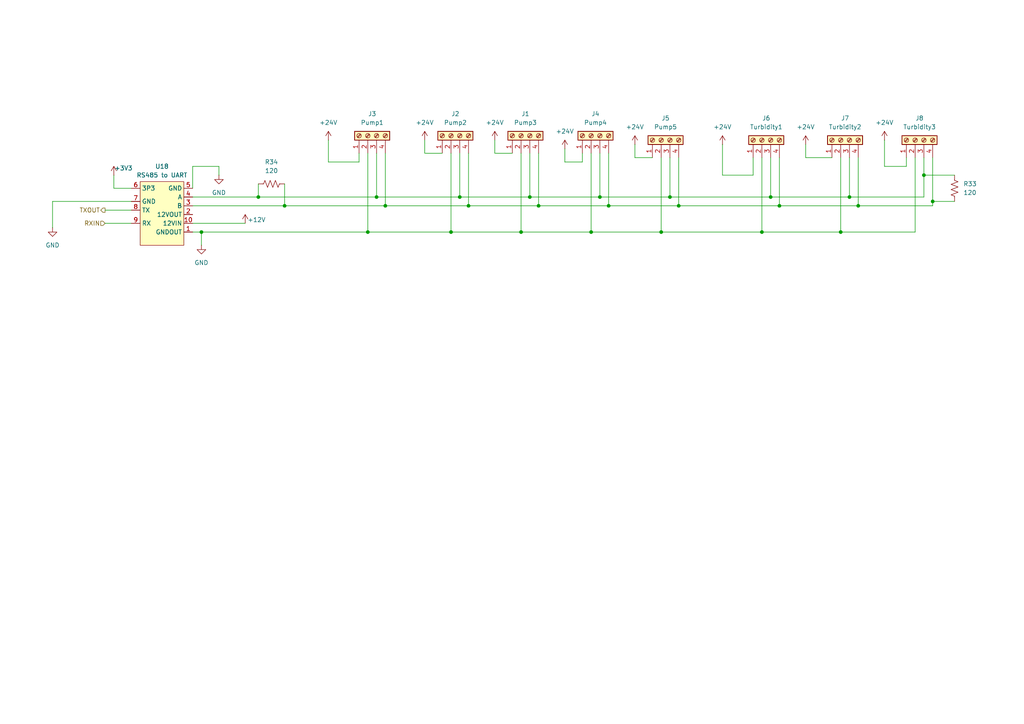
<source format=kicad_sch>
(kicad_sch (version 20231120) (generator "eeschema") (generator_version "8.0")
  (paper "A4")
  (lib_symbols
    (symbol "Connector:Screw_Terminal_01x04" (pin_names (offset 1.016) hide)
      (property "Reference" "J" (at 0 5.08 0))
      (property "Value" "Screw_Terminal_01x04" (at 0 -7.62 0))
      (symbol "Screw_Terminal_01x04_1_1"
        (rectangle (start -1.27 3.81) (end 1.27 -6.35) (stroke (width 0.254)) (fill (type background)))
        (circle (center 0 -5.08) (radius 0.635) (stroke (width 0.1524)))
        (circle (center 0 -2.54) (radius 0.635) (stroke (width 0.1524)))
        (polyline (pts (xy -0.5334 -4.7498) (xy 0.3302 -5.588)) (stroke (width 0.1524)))
        (polyline (pts (xy -0.5334 -2.2098) (xy 0.3302 -3.048)) (stroke (width 0.1524)))
        (polyline (pts (xy -0.5334 0.3302) (xy 0.3302 -0.508)) (stroke (width 0.1524)))
        (polyline (pts (xy -0.5334 2.8702) (xy 0.3302 2.032)) (stroke (width 0.1524)))
        (polyline (pts (xy -0.3556 -4.572) (xy 0.508 -5.4102)) (stroke (width 0.1524)))
        (polyline (pts (xy -0.3556 -2.032) (xy 0.508 -2.8702)) (stroke (width 0.1524)))
        (polyline (pts (xy -0.3556 0.508) (xy 0.508 -0.3302)) (stroke (width 0.1524)))
        (polyline (pts (xy -0.3556 3.048) (xy 0.508 2.2098)) (stroke (width 0.1524)))
        (circle (center 0 0) (radius 0.635) (stroke (width 0.1524)))
        (circle (center 0 2.54) (radius 0.635) (stroke (width 0.1524)))
        (pin passive line (at -5.08 2.54 0) (length 3.81) (name "Pin_1") (number "1"))
        (pin passive line (at -5.08 0 0) (length 3.81) (name "Pin_2") (number "2"))
        (pin passive line (at -5.08 -2.54 0) (length 3.81) (name "Pin_3") (number "3"))
        (pin passive line (at -5.08 -5.08 0) (length 3.81) (name "Pin_4") (number "4"))
      )
    )
    (symbol "Device:R_US" (pin_numbers hide) (pin_names (offset 0))
      (property "Reference" "R" (at 2.54 0 90))
      (property "Value" "R_US" (at -2.54 0 90))
      (symbol "R_US_0_1"
        (polyline (pts (xy 0 -2.286) (xy 0 -2.54)))
        (polyline (pts (xy 0 2.286) (xy 0 2.54)))
        (polyline (pts (xy 0 -0.762) (xy 1.016 -1.143) (xy 0 -1.524) (xy -1.016 -1.905) (xy 0 -2.286)))
        (polyline (pts (xy 0 0.762) (xy 1.016 0.381) (xy 0 0) (xy -1.016 -0.381) (xy 0 -0.762)))
        (polyline (pts (xy 0 2.286) (xy 1.016 1.905) (xy 0 1.524) (xy -1.016 1.143) (xy 0 0.762)))
      )
      (symbol "R_US_1_1"
        (pin passive line (at 0 3.81 270) (length 1.27) (name "~") (number "1"))
        (pin passive line (at 0 -3.81 90) (length 1.27) (name "~") (number "2"))
      )
    )
    (symbol "esp32-wastewater:RS485_to_UART"
      (property "Reference" "U" (at 0 0 0))
      (property "Value" "RS485 to UART" (at -0.508 -25.4 0))
      (symbol "RS485_to_UART_1_1"
        (rectangle (start -6.35 -4.445) (end 6.35 -22.86) (fill (type background)))
        (pin output line (at -8.89 -19.05 0) (length 2.54) (name "GNDOUT") (number "1"))
        (pin power_in line (at -8.89 -16.51 0) (length 2.54) (name "12VIN") (number "10"))
        (pin output line (at -8.89 -13.97 0) (length 2.54) (name "12VOUT") (number "2"))
        (pin passive line (at -8.89 -11.43 0) (length 2.54) (name "B") (number "3"))
        (pin passive line (at -8.89 -8.89 0) (length 2.54) (name "A") (number "4"))
        (pin power_in line (at -8.89 -6.35 0) (length 2.54) (name "GND") (number "5"))
        (pin power_in line (at 8.89 -6.35 180) (length 2.54) (name "3P3") (number "6"))
        (pin power_in line (at 8.89 -10.16 180) (length 2.54) (name "GND") (number "7"))
        (pin passive line (at 8.89 -12.7 180) (length 2.54) (name "TX") (number "8"))
        (pin passive line (at 8.89 -16.51 180) (length 2.54) (name "RX") (number "9"))
      )
    )
    (symbol "power:+12V" (power) (pin_numbers hide) (pin_names (offset 0) hide)
      (property "Value" "+12V" (at 0 3.556 0))
      (symbol "+12V_0_1"
        (polyline (pts (xy -0.762 1.27) (xy 0 2.54)))
        (polyline (pts (xy 0 0) (xy 0 2.54)))
        (polyline (pts (xy 0 2.54) (xy 0.762 1.27)))
      )
      (symbol "+12V_1_1"
        (pin power_in line (at 0 0 90) (length 0) (name "~") (number "1"))
      )
    )
    (symbol "power:+24V" (power) (pin_numbers hide) (pin_names (offset 0) hide)
      (property "Value" "+24V" (at 0 3.556 0))
      (symbol "+24V_0_1"
        (polyline (pts (xy -0.762 1.27) (xy 0 2.54)))
        (polyline (pts (xy 0 0) (xy 0 2.54)))
        (polyline (pts (xy 0 2.54) (xy 0.762 1.27)))
      )
      (symbol "+24V_1_1"
        (pin power_in line (at 0 0 90) (length 0) (name "~") (number "1"))
      )
    )
    (symbol "power:+3V3" (power) (pin_numbers hide) (pin_names (offset 0) hide)
      (property "Value" "+3V3" (at 0 3.556 0))
      (symbol "+3V3_0_1"
        (polyline (pts (xy -0.762 1.27) (xy 0 2.54)))
        (polyline (pts (xy 0 0) (xy 0 2.54)))
        (polyline (pts (xy 0 2.54) (xy 0.762 1.27)))
      )
      (symbol "+3V3_1_1"
        (pin power_in line (at 0 0 90) (length 0) (name "~") (number "1"))
      )
    )
    (symbol "power:GND" (power) (pin_numbers hide) (pin_names (offset 0) hide)
      (property "Value" "GND" (at 0 -3.81 0))
      (symbol "GND_0_1"
        (polyline (pts (xy 0 0) (xy 0 -1.27) (xy 1.27 -1.27) (xy 0 -2.54) (xy -1.27 -1.27) (xy 0 -1.27)))
      )
      (symbol "GND_1_1"
        (pin power_in line (at 0 0 270) (length 0) (name "~") (number "1"))
      )
    )
  )
  (junction (at 270.51 58.42))
  (junction (at 243.84 67.31))
  (junction (at 156.21 59.69))
  (junction (at 194.31 57.15))
  (junction (at 82.55 59.69))
  (junction (at 248.92 59.69))
  (junction (at 223.52 57.15))
  (junction (at 246.38 57.15))
  (junction (at 267.97 50.8))
  (junction (at 173.99 57.15))
  (junction (at 74.93 57.15))
  (junction (at 109.22 57.15))
  (junction (at 176.53 59.69))
  (junction (at 133.35 57.15))
  (junction (at 191.77 67.31))
  (junction (at 226.06 59.69))
  (junction (at 171.45 67.31))
  (junction (at 135.89 59.69))
  (junction (at 151.13 67.31))
  (junction (at 196.85 59.69))
  (junction (at 130.81 67.31))
  (junction (at 153.67 57.15))
  (junction (at 106.68 67.31))
  (junction (at 111.76 59.69))
  (junction (at 58.42 67.31))
  (junction (at 220.98 67.31))
  (wire (pts (xy 218.44 50.8) (xy 209.55 50.8)))
  (wire (pts (xy 267.97 50.8) (xy 276.86 50.8)))
  (wire (pts (xy 151.13 44.45) (xy 151.13 67.31)))
  (wire (pts (xy 153.67 44.45) (xy 153.67 57.15)))
  (wire (pts (xy 173.99 44.45) (xy 173.99 57.15)))
  (wire (pts (xy 262.89 48.26) (xy 256.54 48.26)))
  (wire (pts (xy 123.19 44.45) (xy 123.19 40.64)))
  (wire (pts (xy 151.13 67.31) (xy 130.81 67.31)))
  (wire (pts (xy 270.51 58.42) (xy 276.86 58.42)))
  (wire (pts (xy 191.77 45.72) (xy 191.77 67.31)))
  (wire (pts (xy 191.77 67.31) (xy 171.45 67.31)))
  (wire (pts (xy 168.91 46.99) (xy 163.83 46.99)))
  (wire (pts (xy 74.93 53.34) (xy 74.93 57.15)))
  (wire (pts (xy 82.55 59.69) (xy 55.88 59.69)))
  (wire (pts (xy 267.97 50.8) (xy 267.97 57.15)))
  (wire (pts (xy 111.76 59.69) (xy 82.55 59.69)))
  (wire (pts (xy 55.88 64.77) (xy 71.12 64.77)))
  (wire (pts (xy 109.22 44.45) (xy 109.22 57.15)))
  (wire (pts (xy 148.59 44.45) (xy 143.51 44.45)))
  (wire (pts (xy 270.51 59.69) (xy 248.92 59.69)))
  (wire (pts (xy 184.15 45.72) (xy 184.15 41.91)))
  (wire (pts (xy 194.31 57.15) (xy 173.99 57.15)))
  (wire (pts (xy 163.83 46.99) (xy 163.83 43.18)))
  (wire (pts (xy 82.55 53.34) (xy 82.55 59.69)))
  (wire (pts (xy 220.98 67.31) (xy 191.77 67.31)))
  (wire (pts (xy 63.5 48.26) (xy 63.5 50.8)))
  (wire (pts (xy 176.53 59.69) (xy 156.21 59.69)))
  (wire (pts (xy 265.43 67.31) (xy 243.84 67.31)))
  (wire (pts (xy 128.27 44.45) (xy 123.19 44.45)))
  (wire (pts (xy 196.85 45.72) (xy 196.85 59.69)))
  (wire (pts (xy 270.51 58.42) (xy 270.51 59.69)))
  (wire (pts (xy 243.84 45.72) (xy 243.84 67.31)))
  (wire (pts (xy 243.84 67.31) (xy 220.98 67.31)))
  (wire (pts (xy 270.51 45.72) (xy 270.51 58.42)))
  (wire (pts (xy 173.99 57.15) (xy 153.67 57.15)))
  (wire (pts (xy 58.42 67.31) (xy 106.68 67.31)))
  (wire (pts (xy 111.76 44.45) (xy 111.76 59.69)))
  (wire (pts (xy 55.88 48.26) (xy 63.5 48.26)))
  (wire (pts (xy 267.97 45.72) (xy 267.97 50.8)))
  (wire (pts (xy 248.92 59.69) (xy 226.06 59.69)))
  (wire (pts (xy 267.97 57.15) (xy 246.38 57.15)))
  (wire (pts (xy 233.68 45.72) (xy 233.68 41.91)))
  (wire (pts (xy 171.45 44.45) (xy 171.45 67.31)))
  (wire (pts (xy 95.25 46.99) (xy 104.14 46.99)))
  (wire (pts (xy 104.14 46.99) (xy 104.14 44.45)))
  (wire (pts (xy 130.81 44.45) (xy 130.81 67.31)))
  (wire (pts (xy 226.06 45.72) (xy 226.06 59.69)))
  (wire (pts (xy 33.02 54.61) (xy 38.1 54.61)))
  (wire (pts (xy 95.25 40.64) (xy 95.25 46.99)))
  (wire (pts (xy 241.3 45.72) (xy 233.68 45.72)))
  (wire (pts (xy 133.35 57.15) (xy 109.22 57.15)))
  (wire (pts (xy 265.43 45.72) (xy 265.43 67.31)))
  (wire (pts (xy 135.89 59.69) (xy 111.76 59.69)))
  (wire (pts (xy 74.93 57.15) (xy 55.88 57.15)))
  (wire (pts (xy 176.53 44.45) (xy 176.53 59.69)))
  (wire (pts (xy 109.22 57.15) (xy 74.93 57.15)))
  (wire (pts (xy 106.68 67.31) (xy 106.68 44.45)))
  (wire (pts (xy 256.54 48.26) (xy 256.54 40.64)))
  (wire (pts (xy 135.89 44.45) (xy 135.89 59.69)))
  (wire (pts (xy 223.52 45.72) (xy 223.52 57.15)))
  (wire (pts (xy 220.98 45.72) (xy 220.98 67.31)))
  (wire (pts (xy 143.51 44.45) (xy 143.51 40.64)))
  (wire (pts (xy 196.85 59.69) (xy 176.53 59.69)))
  (wire (pts (xy 33.02 50.8) (xy 33.02 54.61)))
  (wire (pts (xy 15.24 66.04) (xy 15.24 58.42)))
  (wire (pts (xy 189.23 45.72) (xy 184.15 45.72)))
  (wire (pts (xy 55.88 54.61) (xy 55.88 48.26)))
  (wire (pts (xy 194.31 45.72) (xy 194.31 57.15)))
  (wire (pts (xy 156.21 59.69) (xy 135.89 59.69)))
  (wire (pts (xy 218.44 45.72) (xy 218.44 50.8)))
  (wire (pts (xy 15.24 58.42) (xy 38.1 58.42)))
  (wire (pts (xy 55.88 67.31) (xy 58.42 67.31)))
  (wire (pts (xy 156.21 44.45) (xy 156.21 59.69)))
  (wire (pts (xy 38.1 64.77) (xy 30.48 64.77)))
  (wire (pts (xy 130.81 67.31) (xy 106.68 67.31)))
  (wire (pts (xy 38.1 60.96) (xy 30.48 60.96)))
  (wire (pts (xy 58.42 67.31) (xy 58.42 71.12)))
  (wire (pts (xy 171.45 67.31) (xy 151.13 67.31)))
  (wire (pts (xy 153.67 57.15) (xy 133.35 57.15)))
  (wire (pts (xy 248.92 45.72) (xy 248.92 59.69)))
  (wire (pts (xy 168.91 44.45) (xy 168.91 46.99)))
  (wire (pts (xy 226.06 59.69) (xy 196.85 59.69)))
  (wire (pts (xy 209.55 50.8) (xy 209.55 41.91)))
  (wire (pts (xy 133.35 44.45) (xy 133.35 57.15)))
  (wire (pts (xy 262.89 45.72) (xy 262.89 48.26)))
  (wire (pts (xy 246.38 45.72) (xy 246.38 57.15)))
  (wire (pts (xy 246.38 57.15) (xy 223.52 57.15)))
  (wire (pts (xy 223.52 57.15) (xy 194.31 57.15)))
  (hierarchical_label "RXIN" (shape input) (at 30.48 64.77 180))
  (hierarchical_label "TXOUT" (shape output) (at 30.48 60.96 180))
  (symbol (lib_id "Connector:Screw_Terminal_01x04") (at 130.81 39.37 90) (unit 1)
    (property "Reference" "J2" (at 132.08 33.02 90))
    (property "Value" "Pump2" (at 132.08 35.56 90))
    (property "Description" "Generic screw terminal, single row, 01x04, script generated (kicad-library-utils/schlib/autogen/connector/)" (effects (hide yes)))
  )
  (symbol (lib_id "Connector:Screw_Terminal_01x04") (at 191.77 40.64 90) (unit 1)
    (property "Reference" "J5" (at 193.04 34.29 90))
    (property "Value" "Pump5" (at 193.04 36.83 90))
    (property "Description" "Generic screw terminal, single row, 01x04, script generated (kicad-library-utils/schlib/autogen/connector/)" (effects (hide yes)))
  )
  (symbol (lib_id "power:+24V") (at 95.25 40.64 0) (unit 1)
    (property "Reference" "#PWR48" (effects (hide yes)))
    (property "Value" "+24V" (at 95.25 35.56 0))
    (property "Description" "Power symbol creates a global label with name \"+24V\"" (effects (hide yes)))
  )
  (symbol (lib_id "power:+24V") (at 233.68 41.91 0) (unit 1)
    (property "Reference" "#PWR54" (effects (hide yes)))
    (property "Value" "+24V" (at 233.68 36.83 0))
    (property "Description" "Power symbol creates a global label with name \"+24V\"" (effects (hide yes)))
  )
  (symbol (lib_id "power:+24V") (at 123.19 40.64 0) (unit 1)
    (property "Reference" "#PWR49" (effects (hide yes)))
    (property "Value" "+24V" (at 123.19 35.56 0))
    (property "Description" "Power symbol creates a global label with name \"+24V\"" (effects (hide yes)))
  )
  (symbol (lib_id "Connector:Screw_Terminal_01x04") (at 151.13 39.37 90) (unit 1)
    (property "Reference" "J1" (at 152.4 33.02 90))
    (property "Value" "Pump3" (at 152.4 35.56 90))
    (property "Description" "Generic screw terminal, single row, 01x04, script generated (kicad-library-utils/schlib/autogen/connector/)" (effects (hide yes)))
  )
  (symbol (lib_id "Connector:Screw_Terminal_01x04") (at 243.84 40.64 90) (unit 1)
    (property "Reference" "J7" (at 245.11 34.29 90))
    (property "Value" "Turbidity2" (at 245.11 36.83 90))
    (property "Description" "Generic screw terminal, single row, 01x04, script generated (kicad-library-utils/schlib/autogen/connector/)" (effects (hide yes)))
  )
  (symbol (lib_id "esp32-wastewater:RS485_to_UART") (at 46.99 48.26 0) (mirror y) (unit 1)
    (property "Reference" "U18" (at 46.99 48.26 0))
    (property "Value" "RS485 to UART" (at 46.99 50.8 0))
  )
  (symbol (lib_id "power:+24V") (at 209.55 41.91 0) (unit 1)
    (property "Reference" "#PWR53" (effects (hide yes)))
    (property "Value" "+24V" (at 209.55 36.83 0))
    (property "Description" "Power symbol creates a global label with name \"+24V\"" (effects (hide yes)))
  )
  (symbol (lib_id "power:GND") (at 58.42 71.12 0) (unit 1)
    (property "Reference" "#PWR47" (effects (hide yes)))
    (property "Value" "GND" (at 58.42 76.2 0))
    (property "Description" "Power symbol creates a global label with name \"GND\" , ground" (effects (hide yes)))
  )
  (symbol (lib_id "power:GND") (at 63.5 50.8 0) (unit 1)
    (property "Reference" "#PWR56" (effects (hide yes)))
    (property "Value" "GND" (at 63.5 55.88 0))
    (property "Description" "Power symbol creates a global label with name \"GND\" , ground" (effects (hide yes)))
  )
  (symbol (lib_id "Connector:Screw_Terminal_01x04") (at 106.68 39.37 90) (unit 1)
    (property "Reference" "J3" (at 107.95 33.02 90))
    (property "Value" "Pump1" (at 107.95 35.56 90))
    (property "Description" "Generic screw terminal, single row, 01x04, script generated (kicad-library-utils/schlib/autogen/connector/)" (effects (hide yes)))
  )
  (symbol (lib_id "power:+12V") (at 71.12 64.77 0) (unit 1)
    (property "Reference" "#PWR46" (effects (hide yes)))
    (property "Value" "+12V" (at 74.422 63.754 0))
    (property "Description" "Power symbol creates a global label with name \"+12V\"" (effects (hide yes)))
  )
  (symbol (lib_id "power:GND") (at 15.24 66.04 0) (unit 1)
    (property "Reference" "#PWR45" (effects (hide yes)))
    (property "Value" "GND" (at 15.24 71.12 0))
    (property "Description" "Power symbol creates a global label with name \"GND\" , ground" (effects (hide yes)))
  )
  (symbol (lib_id "power:+24V") (at 163.83 43.18 0) (unit 1)
    (property "Reference" "#PWR51" (effects (hide yes)))
    (property "Value" "+24V" (at 163.83 38.1 0))
    (property "Description" "Power symbol creates a global label with name \"+24V\"" (effects (hide yes)))
  )
  (symbol (lib_id "Connector:Screw_Terminal_01x04") (at 171.45 39.37 90) (unit 1)
    (property "Reference" "J4" (at 172.72 33.02 90))
    (property "Value" "Pump4" (at 172.72 35.56 90))
    (property "Description" "Generic screw terminal, single row, 01x04, script generated (kicad-library-utils/schlib/autogen/connector/)" (effects (hide yes)))
  )
  (symbol (lib_id "Device:R_US") (at 276.86 54.61 0) (unit 1)
    (property "Reference" "R33" (at 279.4 53.3399 0) (effects (justify left)))
    (property "Value" "120" (at 279.4 55.8799 0) (effects (justify left)))
    (property "Description" "Resistor, US symbol" (effects (hide yes)))
  )
  (symbol (lib_id "power:+24V") (at 143.51 40.64 0) (unit 1)
    (property "Reference" "#PWR50" (effects (hide yes)))
    (property "Value" "+24V" (at 143.51 35.56 0))
    (property "Description" "Power symbol creates a global label with name \"+24V\"" (effects (hide yes)))
  )
  (symbol (lib_id "power:+3V3") (at 33.02 50.8 0) (unit 1)
    (property "Reference" "#PWR44" (effects (hide yes)))
    (property "Value" "+3V3" (at 35.814 48.768 0))
    (property "Description" "Power symbol creates a global label with name \"+3V3\"" (effects (hide yes)))
  )
  (symbol (lib_id "Device:R_US") (at 78.74 53.34 90) (unit 1)
    (property "Reference" "R34" (at 78.74 46.99 90))
    (property "Value" "120" (at 78.74 49.53 90))
    (property "Description" "Resistor, US symbol" (effects (hide yes)))
  )
  (symbol (lib_id "power:+24V") (at 184.15 41.91 0) (unit 1)
    (property "Reference" "#PWR52" (effects (hide yes)))
    (property "Value" "+24V" (at 184.15 36.83 0))
    (property "Description" "Power symbol creates a global label with name \"+24V\"" (effects (hide yes)))
  )
  (symbol (lib_id "Connector:Screw_Terminal_01x04") (at 265.43 40.64 90) (unit 1)
    (property "Reference" "J8" (at 266.7 34.29 90))
    (property "Value" "Turbidity3" (at 266.7 36.83 90))
    (property "Description" "Generic screw terminal, single row, 01x04, script generated (kicad-library-utils/schlib/autogen/connector/)" (effects (hide yes)))
  )
  (symbol (lib_id "Connector:Screw_Terminal_01x04") (at 220.98 40.64 90) (unit 1)
    (property "Reference" "J6" (at 222.25 34.29 90))
    (property "Value" "Turbidity1" (at 222.25 36.83 90))
    (property "Description" "Generic screw terminal, single row, 01x04, script generated (kicad-library-utils/schlib/autogen/connector/)" (effects (hide yes)))
  )
  (symbol (lib_id "power:+24V") (at 256.54 40.64 0) (unit 1)
    (property "Reference" "#PWR55" (effects (hide yes)))
    (property "Value" "+24V" (at 256.54 35.56 0))
    (property "Description" "Power symbol creates a global label with name \"+24V\"" (effects (hide yes)))
  )
)
</source>
